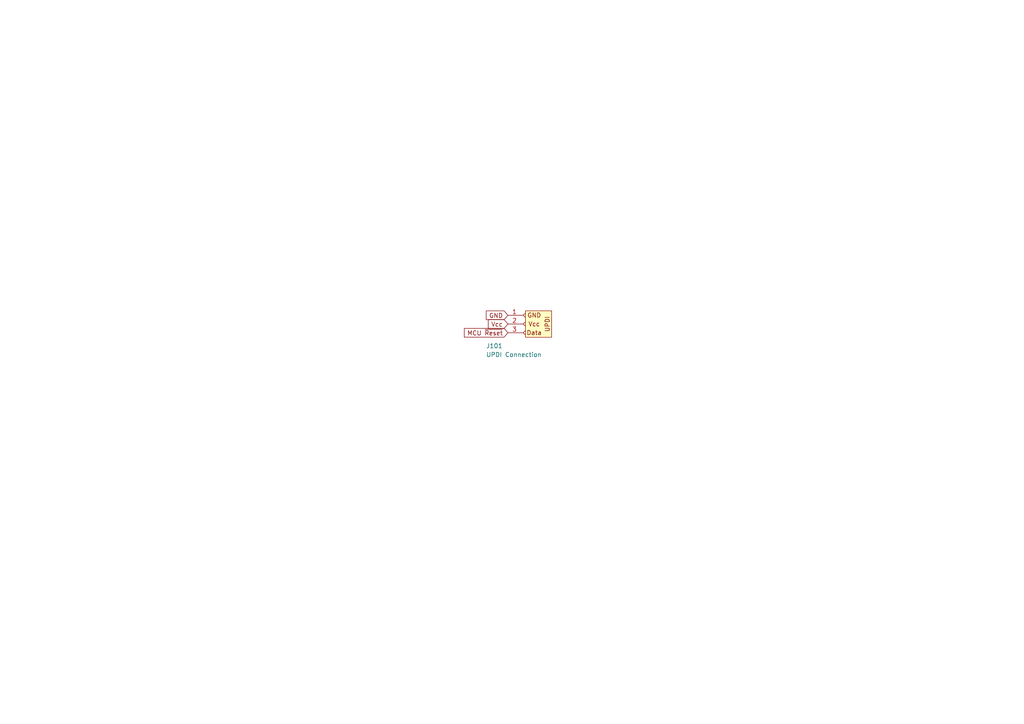
<source format=kicad_sch>
(kicad_sch (version 20211123) (generator eeschema)
  (paper "A4")
  (lib_symbols
    (symbol "UPDI_connection:UPDI Connection" (pin_names (offset 1.016) hide)
      (property "Reference" "J" (at 0 5.08 0))
      (property "Value" "UPDI Connection" (at 0 -5.08 0))
      (symbol "UPDI Connection_0_0"
        (text "Data" (at 2.54 -2.54 0) (effects (font (size 1.27 1.27))))
        (text "GND" (at 2.54 2.54 0) (effects (font (size 1.27 1.27))))
        (text "UPDI" (at 6.35 0 900) (effects (font (size 1.27 1.27))))
        (text "Vcc" (at 2.54 0 0) (effects (font (size 1.27 1.27))))
      )
      (symbol "UPDI Connection_0_1"
        (rectangle (start 7.62 3.81) (end 0 -3.81) (fill (type background)))
      )
      (symbol "UPDI Connection_1_1"
        (arc (start 0 -2.032) (mid -0.508 -2.54) (end 0 -3.048) (stroke (width 0.1524)))
        (polyline (pts (xy -1.27 -2.54) (xy -0.508 -2.54)) (stroke (width 0.1524)))
        (polyline (pts (xy -1.27 0) (xy -0.508 0)) (stroke (width 0.1524)))
        (polyline (pts (xy -1.27 2.54) (xy -0.508 2.54)) (stroke (width 0.1524)))
        (arc (start 0 0.508) (mid -0.508 0) (end 0 -0.508) (stroke (width 0.1524)))
        (arc (start 0 3.048) (mid -0.508 2.54) (end 0 2.032) (stroke (width 0.1524)))
        (pin power_in line (at -5.08 2.54 0) (length 3.81) (name "Pin_1") (number "1"))
        (pin power_in line (at -5.08 0 0) (length 3.81) (name "Pin_2") (number "2"))
        (pin bidirectional line (at -5.08 -2.54 0) (length 3.81) (name "Pin_3") (number "3"))
      )
    )
  )
  (global_label "GND" (shape input) (at 147.32 91.44 180) (property "Intersheet References" "${INTERSHEET_REFS}" (effects hide)))
  (global_label "MCU ~{Reset}" (shape input) (at 147.32 96.52 180) (property "Intersheet References" "${INTERSHEET_REFS}" (effects hide)))
  (global_label "Vcc" (shape input) (at 147.32 93.98 180) (property "Intersheet References" "${INTERSHEET_REFS}" (effects hide)))
  (symbol (lib_id "UPDI_connection:UPDI Connection") (at 152.4 93.98 0) (unit 1)
    (property "Reference" "J101" (at 140.97 100.33 0) (effects (justify left)))
    (property "Value" "UPDI Connection" (at 140.97 102.87 0) (effects (justify left)))
    (property "Footprint" "Customs:UPDI" (effects hide))
  )
)
</source>
